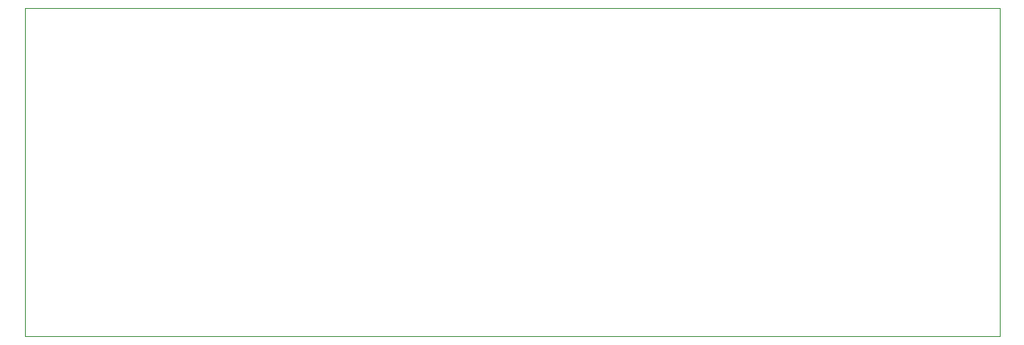
<source format=gbr>
%TF.GenerationSoftware,KiCad,Pcbnew,8.0.7*%
%TF.CreationDate,2025-01-11T10:05:48+01:00*%
%TF.ProjectId,ESP32_Audio_Spectrum_SSD1322,45535033-325f-4417-9564-696f5f537065,rev?*%
%TF.SameCoordinates,Original*%
%TF.FileFunction,Profile,NP*%
%FSLAX46Y46*%
G04 Gerber Fmt 4.6, Leading zero omitted, Abs format (unit mm)*
G04 Created by KiCad (PCBNEW 8.0.7) date 2025-01-11 10:05:48*
%MOMM*%
%LPD*%
G01*
G04 APERTURE LIST*
%TA.AperFunction,Profile*%
%ADD10C,0.050000*%
%TD*%
G04 APERTURE END LIST*
D10*
X102495000Y-80960000D02*
X204895000Y-80960000D01*
X204895000Y-115460000D01*
X102495000Y-115460000D01*
X102495000Y-80960000D01*
M02*

</source>
